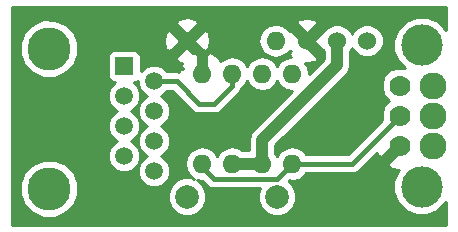
<source format=gtl>
G04 #@! TF.FileFunction,Copper,L1,Top,Signal*
%FSLAX46Y46*%
G04 Gerber Fmt 4.6, Leading zero omitted, Abs format (unit mm)*
G04 Created by KiCad (PCBNEW 4.0.6) date Tue May 23 23:01:42 2017*
%MOMM*%
%LPD*%
G01*
G04 APERTURE LIST*
%ADD10C,0.100000*%
%ADD11C,3.500000*%
%ADD12O,1.600000X1.600000*%
%ADD13C,3.649980*%
%ADD14R,1.501140X1.501140*%
%ADD15C,1.501140*%
%ADD16C,1.998980*%
%ADD17C,1.524000*%
%ADD18C,1.600000*%
%ADD19C,1.778000*%
%ADD20C,2.286000*%
%ADD21C,0.400000*%
%ADD22C,1.000000*%
%ADD23C,0.254000*%
G04 APERTURE END LIST*
D10*
D11*
X60750000Y-142926000D03*
D12*
X42164000Y-140970000D03*
X44704000Y-140970000D03*
X47244000Y-140970000D03*
X49784000Y-140970000D03*
X49784000Y-133350000D03*
X47244000Y-133350000D03*
X44704000Y-133350000D03*
X42164000Y-133350000D03*
D13*
X29210000Y-143098520D03*
X29210000Y-131229100D03*
D14*
X35560000Y-132715000D03*
D15*
X38100000Y-133985000D03*
X35560000Y-135255000D03*
X38100000Y-136525000D03*
X35560000Y-137795000D03*
X38100000Y-139065000D03*
X35560000Y-140335000D03*
X38100000Y-141605000D03*
D16*
X40894000Y-143764000D03*
X48514000Y-143764000D03*
D17*
X51054000Y-130556000D03*
X53594000Y-130556000D03*
X56134000Y-130556000D03*
D18*
X40894000Y-130556000D03*
D12*
X48394000Y-130556000D03*
D19*
X58896000Y-134366000D03*
X58896000Y-136906000D03*
X58896000Y-139446000D03*
D20*
X61706000Y-134366000D03*
X61706000Y-136906000D03*
X61706000Y-139446000D03*
D11*
X60750000Y-130950000D03*
D21*
X42164000Y-140970000D02*
X42164000Y-141224000D01*
X42164000Y-141224000D02*
X43180000Y-142240000D01*
X43180000Y-142240000D02*
X48514000Y-142240000D01*
X48514000Y-142240000D02*
X49784000Y-140970000D01*
X49784000Y-140970000D02*
X54832000Y-140970000D01*
X54832000Y-140970000D02*
X58896000Y-136906000D01*
X38100000Y-133985000D02*
X40005000Y-133985000D01*
X44704000Y-134366000D02*
X44704000Y-133350000D01*
X43180000Y-135890000D02*
X44704000Y-134366000D01*
X41910000Y-135890000D02*
X43180000Y-135890000D01*
X40005000Y-133985000D02*
X41910000Y-135890000D01*
D22*
X47244000Y-140970000D02*
X47244000Y-138938000D01*
X53594000Y-132588000D02*
X53594000Y-130556000D01*
X47244000Y-138938000D02*
X53594000Y-132588000D01*
X44704000Y-140970000D02*
X47244000Y-140970000D01*
D23*
G36*
X62790000Y-129641711D02*
X62773084Y-129600771D01*
X62102758Y-128929274D01*
X61226487Y-128565415D01*
X60277675Y-128564587D01*
X59400771Y-128926916D01*
X58729274Y-129597242D01*
X58365415Y-130473513D01*
X58364587Y-131422325D01*
X58726916Y-132299229D01*
X59317525Y-132890870D01*
X59200472Y-132842265D01*
X58594188Y-132841736D01*
X58033851Y-133073262D01*
X57604769Y-133501596D01*
X57372265Y-134061528D01*
X57371736Y-134667812D01*
X57603262Y-135228149D01*
X58010737Y-135636336D01*
X57604769Y-136041596D01*
X57372265Y-136601528D01*
X57371736Y-137207812D01*
X57383894Y-137237238D01*
X54486132Y-140135000D01*
X50937553Y-140135000D01*
X50798698Y-139927189D01*
X50333151Y-139616120D01*
X49784000Y-139506887D01*
X49234849Y-139616120D01*
X48769302Y-139927189D01*
X48514000Y-140309275D01*
X48379000Y-140107233D01*
X48379000Y-139408132D01*
X54396566Y-133390566D01*
X54557307Y-133150000D01*
X54642603Y-133022346D01*
X54729000Y-132588000D01*
X54729000Y-131396914D01*
X54777629Y-131348370D01*
X54863949Y-131140488D01*
X54948990Y-131346303D01*
X55341630Y-131739629D01*
X55854900Y-131952757D01*
X56410661Y-131953242D01*
X56924303Y-131741010D01*
X57317629Y-131348370D01*
X57530757Y-130835100D01*
X57531242Y-130279339D01*
X57319010Y-129765697D01*
X56926370Y-129372371D01*
X56413100Y-129159243D01*
X55857339Y-129158758D01*
X55343697Y-129370990D01*
X54950371Y-129763630D01*
X54864051Y-129971512D01*
X54779010Y-129765697D01*
X54386370Y-129372371D01*
X53873100Y-129159243D01*
X53317339Y-129158758D01*
X52803697Y-129370990D01*
X52481414Y-129692711D01*
X52450106Y-129687396D01*
X51581502Y-130556000D01*
X52450106Y-131424604D01*
X52459000Y-131423094D01*
X52459000Y-132117868D01*
X51219000Y-133357868D01*
X51219000Y-133321887D01*
X51109767Y-132772736D01*
X50902669Y-132462792D01*
X50975589Y-132480411D01*
X51717997Y-132363931D01*
X51862883Y-132303918D01*
X51922604Y-131952106D01*
X51054000Y-131083502D01*
X51039858Y-131097644D01*
X50512356Y-130570142D01*
X50526498Y-130556000D01*
X49657894Y-129687396D01*
X49547006Y-129706220D01*
X49436811Y-129541302D01*
X48971264Y-129230233D01*
X48617647Y-129159894D01*
X50185396Y-129159894D01*
X51054000Y-130028498D01*
X51922604Y-129159894D01*
X51862883Y-128808082D01*
X51132411Y-128631589D01*
X50390003Y-128748069D01*
X50245117Y-128808082D01*
X50185396Y-129159894D01*
X48617647Y-129159894D01*
X48422113Y-129121000D01*
X48365887Y-129121000D01*
X47816736Y-129230233D01*
X47351189Y-129541302D01*
X47040120Y-130006849D01*
X46930887Y-130556000D01*
X47040120Y-131105151D01*
X47351189Y-131570698D01*
X47816736Y-131881767D01*
X48365887Y-131991000D01*
X48422113Y-131991000D01*
X48971264Y-131881767D01*
X49436811Y-131570698D01*
X49547006Y-131405780D01*
X49657892Y-131424604D01*
X49430114Y-131652382D01*
X49684426Y-131906694D01*
X49234849Y-131996120D01*
X48769302Y-132307189D01*
X48514000Y-132689275D01*
X48258698Y-132307189D01*
X47793151Y-131996120D01*
X47244000Y-131886887D01*
X46694849Y-131996120D01*
X46229302Y-132307189D01*
X45974000Y-132689275D01*
X45718698Y-132307189D01*
X45253151Y-131996120D01*
X44704000Y-131886887D01*
X44154849Y-131996120D01*
X43726533Y-132282312D01*
X43581091Y-132044141D01*
X42973491Y-131601246D01*
X42828156Y-131541071D01*
X42537000Y-131747590D01*
X42537000Y-132977000D01*
X42557000Y-132977000D01*
X42557000Y-133723000D01*
X42537000Y-133723000D01*
X42537000Y-133743000D01*
X41791000Y-133743000D01*
X41791000Y-133723000D01*
X41771000Y-133723000D01*
X41771000Y-132977000D01*
X41791000Y-132977000D01*
X41791000Y-131747590D01*
X41499844Y-131541071D01*
X41394985Y-131584487D01*
X40894000Y-131083502D01*
X39997284Y-131980218D01*
X40061914Y-132335854D01*
X40502635Y-132444156D01*
X40355048Y-132685841D01*
X40555171Y-132976998D01*
X40237000Y-132976998D01*
X40237000Y-133196148D01*
X40005000Y-133150000D01*
X39224240Y-133150000D01*
X38885887Y-132811056D01*
X38376816Y-132599671D01*
X37825602Y-132599190D01*
X37316163Y-132809686D01*
X36958010Y-133167215D01*
X36958010Y-131964430D01*
X36913732Y-131729113D01*
X36774660Y-131512989D01*
X36562460Y-131367999D01*
X36310570Y-131316990D01*
X34809430Y-131316990D01*
X34574113Y-131361268D01*
X34357989Y-131500340D01*
X34212999Y-131712540D01*
X34161990Y-131964430D01*
X34161990Y-133465570D01*
X34206268Y-133700887D01*
X34345340Y-133917011D01*
X34557540Y-134062001D01*
X34754021Y-134101789D01*
X34386056Y-134469113D01*
X34174671Y-134978184D01*
X34174190Y-135529398D01*
X34384686Y-136038837D01*
X34774113Y-136428944D01*
X35005381Y-136524975D01*
X34776163Y-136619686D01*
X34386056Y-137009113D01*
X34174671Y-137518184D01*
X34174190Y-138069398D01*
X34384686Y-138578837D01*
X34774113Y-138968944D01*
X35005381Y-139064975D01*
X34776163Y-139159686D01*
X34386056Y-139549113D01*
X34174671Y-140058184D01*
X34174190Y-140609398D01*
X34384686Y-141118837D01*
X34774113Y-141508944D01*
X35283184Y-141720329D01*
X35834398Y-141720810D01*
X36343837Y-141510314D01*
X36733944Y-141120887D01*
X36945329Y-140611816D01*
X36945810Y-140060602D01*
X36735314Y-139551163D01*
X36345887Y-139161056D01*
X36114619Y-139065025D01*
X36343837Y-138970314D01*
X36733944Y-138580887D01*
X36945329Y-138071816D01*
X36945810Y-137520602D01*
X36735314Y-137011163D01*
X36345887Y-136621056D01*
X36114619Y-136525025D01*
X36343837Y-136430314D01*
X36733944Y-136040887D01*
X36945329Y-135531816D01*
X36945810Y-134980602D01*
X36735314Y-134471163D01*
X36367156Y-134102363D01*
X36545887Y-134068732D01*
X36714451Y-133960264D01*
X36714190Y-134259398D01*
X36924686Y-134768837D01*
X37314113Y-135158944D01*
X37545381Y-135254975D01*
X37316163Y-135349686D01*
X36926056Y-135739113D01*
X36714671Y-136248184D01*
X36714190Y-136799398D01*
X36924686Y-137308837D01*
X37314113Y-137698944D01*
X37545381Y-137794975D01*
X37316163Y-137889686D01*
X36926056Y-138279113D01*
X36714671Y-138788184D01*
X36714190Y-139339398D01*
X36924686Y-139848837D01*
X37314113Y-140238944D01*
X37545381Y-140334975D01*
X37316163Y-140429686D01*
X36926056Y-140819113D01*
X36714671Y-141328184D01*
X36714190Y-141879398D01*
X36924686Y-142388837D01*
X37314113Y-142778944D01*
X37823184Y-142990329D01*
X38374398Y-142990810D01*
X38883837Y-142780314D01*
X39273944Y-142390887D01*
X39485329Y-141881816D01*
X39485810Y-141330602D01*
X39275314Y-140821163D01*
X38885887Y-140431056D01*
X38654619Y-140335025D01*
X38883837Y-140240314D01*
X39273944Y-139850887D01*
X39485329Y-139341816D01*
X39485810Y-138790602D01*
X39275314Y-138281163D01*
X38885887Y-137891056D01*
X38654619Y-137795025D01*
X38883837Y-137700314D01*
X39273944Y-137310887D01*
X39485329Y-136801816D01*
X39485810Y-136250602D01*
X39275314Y-135741163D01*
X38885887Y-135351056D01*
X38654619Y-135255025D01*
X38883837Y-135160314D01*
X39224745Y-134820000D01*
X39659132Y-134820000D01*
X41319566Y-136480434D01*
X41590459Y-136661439D01*
X41910000Y-136725000D01*
X43180000Y-136725000D01*
X43499541Y-136661439D01*
X43770434Y-136480434D01*
X45294434Y-134956434D01*
X45390198Y-134813113D01*
X45475439Y-134685541D01*
X45505305Y-134535396D01*
X45718698Y-134392811D01*
X45974000Y-134010725D01*
X46229302Y-134392811D01*
X46694849Y-134703880D01*
X47244000Y-134813113D01*
X47793151Y-134703880D01*
X48258698Y-134392811D01*
X48514000Y-134010725D01*
X48769302Y-134392811D01*
X49234849Y-134703880D01*
X49767114Y-134809754D01*
X46441434Y-138135434D01*
X46195397Y-138503654D01*
X46109000Y-138938000D01*
X46109000Y-139835000D01*
X45580728Y-139835000D01*
X45253151Y-139616120D01*
X44704000Y-139506887D01*
X44154849Y-139616120D01*
X43689302Y-139927189D01*
X43434000Y-140309275D01*
X43178698Y-139927189D01*
X42713151Y-139616120D01*
X42164000Y-139506887D01*
X41614849Y-139616120D01*
X41149302Y-139927189D01*
X40838233Y-140392736D01*
X40729000Y-140941887D01*
X40729000Y-140998113D01*
X40838233Y-141547264D01*
X41149302Y-142012811D01*
X41494832Y-142243687D01*
X41220547Y-142129794D01*
X40570306Y-142129226D01*
X39969345Y-142377538D01*
X39509154Y-142836927D01*
X39259794Y-143437453D01*
X39259226Y-144087694D01*
X39507538Y-144688655D01*
X39966927Y-145148846D01*
X40567453Y-145398206D01*
X41217694Y-145398774D01*
X41818655Y-145150462D01*
X42278846Y-144691073D01*
X42528206Y-144090547D01*
X42528774Y-143440306D01*
X42280462Y-142839345D01*
X41821073Y-142379154D01*
X41755183Y-142351794D01*
X42164000Y-142433113D01*
X42187559Y-142428427D01*
X42589566Y-142830434D01*
X42860459Y-143011439D01*
X43180000Y-143075000D01*
X47030298Y-143075000D01*
X46879794Y-143437453D01*
X46879226Y-144087694D01*
X47127538Y-144688655D01*
X47586927Y-145148846D01*
X48187453Y-145398206D01*
X48837694Y-145398774D01*
X49438655Y-145150462D01*
X49898846Y-144691073D01*
X50148206Y-144090547D01*
X50148774Y-143440306D01*
X49900462Y-142839345D01*
X49498344Y-142436524D01*
X49548582Y-142386286D01*
X49784000Y-142433113D01*
X50333151Y-142323880D01*
X50798698Y-142012811D01*
X50937553Y-141805000D01*
X54832000Y-141805000D01*
X55151541Y-141741439D01*
X55422434Y-141560434D01*
X56944556Y-140038312D01*
X56957866Y-140130619D01*
X57041433Y-140332368D01*
X57406067Y-140408432D01*
X58368498Y-139446000D01*
X58354356Y-139431858D01*
X58881858Y-138904356D01*
X58896000Y-138918498D01*
X58910142Y-138904356D01*
X59437644Y-139431858D01*
X59423502Y-139446000D01*
X59437644Y-139460142D01*
X58910142Y-139987644D01*
X58896000Y-139973502D01*
X57933568Y-140935933D01*
X58009632Y-141300567D01*
X58786814Y-141498595D01*
X58806962Y-141495690D01*
X58729274Y-141573242D01*
X58365415Y-142449513D01*
X58364587Y-143398325D01*
X58726916Y-144275229D01*
X59397242Y-144946726D01*
X60273513Y-145310585D01*
X61222325Y-145311413D01*
X62099229Y-144949084D01*
X62770726Y-144278758D01*
X62790000Y-144232341D01*
X62790000Y-146165500D01*
X26110000Y-146165500D01*
X26110000Y-143585695D01*
X26749584Y-143585695D01*
X27123306Y-144490172D01*
X27814708Y-145182782D01*
X28718531Y-145558082D01*
X29697175Y-145558936D01*
X30601652Y-145185214D01*
X31294262Y-144493812D01*
X31669562Y-143589989D01*
X31670416Y-142611345D01*
X31296694Y-141706868D01*
X30605292Y-141014258D01*
X29701469Y-140638958D01*
X28722825Y-140638104D01*
X27818348Y-141011826D01*
X27125738Y-141703228D01*
X26750438Y-142607051D01*
X26749584Y-143585695D01*
X26110000Y-143585695D01*
X26110000Y-131716275D01*
X26749584Y-131716275D01*
X27123306Y-132620752D01*
X27814708Y-133313362D01*
X28718531Y-133688662D01*
X29697175Y-133689516D01*
X30601652Y-133315794D01*
X31294262Y-132624392D01*
X31669562Y-131720569D01*
X31670416Y-130741925D01*
X31557387Y-130468373D01*
X38931204Y-130468373D01*
X39047080Y-131226173D01*
X39114146Y-131388086D01*
X39469782Y-131452716D01*
X40366498Y-130556000D01*
X41421502Y-130556000D01*
X42318218Y-131452716D01*
X42673854Y-131388086D01*
X42856796Y-130643627D01*
X42740920Y-129885827D01*
X42673854Y-129723914D01*
X42318218Y-129659284D01*
X41421502Y-130556000D01*
X40366498Y-130556000D01*
X39469782Y-129659284D01*
X39114146Y-129723914D01*
X38931204Y-130468373D01*
X31557387Y-130468373D01*
X31296694Y-129837448D01*
X30605292Y-129144838D01*
X30573850Y-129131782D01*
X39997284Y-129131782D01*
X40894000Y-130028498D01*
X41790716Y-129131782D01*
X41726086Y-128776146D01*
X40981627Y-128593204D01*
X40223827Y-128709080D01*
X40061914Y-128776146D01*
X39997284Y-129131782D01*
X30573850Y-129131782D01*
X29701469Y-128769538D01*
X28722825Y-128768684D01*
X27818348Y-129142406D01*
X27125738Y-129833808D01*
X26750438Y-130737631D01*
X26749584Y-131716275D01*
X26110000Y-131716275D01*
X26110000Y-127710000D01*
X62790000Y-127710000D01*
X62790000Y-129641711D01*
X62790000Y-129641711D01*
G37*
X62790000Y-129641711D02*
X62773084Y-129600771D01*
X62102758Y-128929274D01*
X61226487Y-128565415D01*
X60277675Y-128564587D01*
X59400771Y-128926916D01*
X58729274Y-129597242D01*
X58365415Y-130473513D01*
X58364587Y-131422325D01*
X58726916Y-132299229D01*
X59317525Y-132890870D01*
X59200472Y-132842265D01*
X58594188Y-132841736D01*
X58033851Y-133073262D01*
X57604769Y-133501596D01*
X57372265Y-134061528D01*
X57371736Y-134667812D01*
X57603262Y-135228149D01*
X58010737Y-135636336D01*
X57604769Y-136041596D01*
X57372265Y-136601528D01*
X57371736Y-137207812D01*
X57383894Y-137237238D01*
X54486132Y-140135000D01*
X50937553Y-140135000D01*
X50798698Y-139927189D01*
X50333151Y-139616120D01*
X49784000Y-139506887D01*
X49234849Y-139616120D01*
X48769302Y-139927189D01*
X48514000Y-140309275D01*
X48379000Y-140107233D01*
X48379000Y-139408132D01*
X54396566Y-133390566D01*
X54557307Y-133150000D01*
X54642603Y-133022346D01*
X54729000Y-132588000D01*
X54729000Y-131396914D01*
X54777629Y-131348370D01*
X54863949Y-131140488D01*
X54948990Y-131346303D01*
X55341630Y-131739629D01*
X55854900Y-131952757D01*
X56410661Y-131953242D01*
X56924303Y-131741010D01*
X57317629Y-131348370D01*
X57530757Y-130835100D01*
X57531242Y-130279339D01*
X57319010Y-129765697D01*
X56926370Y-129372371D01*
X56413100Y-129159243D01*
X55857339Y-129158758D01*
X55343697Y-129370990D01*
X54950371Y-129763630D01*
X54864051Y-129971512D01*
X54779010Y-129765697D01*
X54386370Y-129372371D01*
X53873100Y-129159243D01*
X53317339Y-129158758D01*
X52803697Y-129370990D01*
X52481414Y-129692711D01*
X52450106Y-129687396D01*
X51581502Y-130556000D01*
X52450106Y-131424604D01*
X52459000Y-131423094D01*
X52459000Y-132117868D01*
X51219000Y-133357868D01*
X51219000Y-133321887D01*
X51109767Y-132772736D01*
X50902669Y-132462792D01*
X50975589Y-132480411D01*
X51717997Y-132363931D01*
X51862883Y-132303918D01*
X51922604Y-131952106D01*
X51054000Y-131083502D01*
X51039858Y-131097644D01*
X50512356Y-130570142D01*
X50526498Y-130556000D01*
X49657894Y-129687396D01*
X49547006Y-129706220D01*
X49436811Y-129541302D01*
X48971264Y-129230233D01*
X48617647Y-129159894D01*
X50185396Y-129159894D01*
X51054000Y-130028498D01*
X51922604Y-129159894D01*
X51862883Y-128808082D01*
X51132411Y-128631589D01*
X50390003Y-128748069D01*
X50245117Y-128808082D01*
X50185396Y-129159894D01*
X48617647Y-129159894D01*
X48422113Y-129121000D01*
X48365887Y-129121000D01*
X47816736Y-129230233D01*
X47351189Y-129541302D01*
X47040120Y-130006849D01*
X46930887Y-130556000D01*
X47040120Y-131105151D01*
X47351189Y-131570698D01*
X47816736Y-131881767D01*
X48365887Y-131991000D01*
X48422113Y-131991000D01*
X48971264Y-131881767D01*
X49436811Y-131570698D01*
X49547006Y-131405780D01*
X49657892Y-131424604D01*
X49430114Y-131652382D01*
X49684426Y-131906694D01*
X49234849Y-131996120D01*
X48769302Y-132307189D01*
X48514000Y-132689275D01*
X48258698Y-132307189D01*
X47793151Y-131996120D01*
X47244000Y-131886887D01*
X46694849Y-131996120D01*
X46229302Y-132307189D01*
X45974000Y-132689275D01*
X45718698Y-132307189D01*
X45253151Y-131996120D01*
X44704000Y-131886887D01*
X44154849Y-131996120D01*
X43726533Y-132282312D01*
X43581091Y-132044141D01*
X42973491Y-131601246D01*
X42828156Y-131541071D01*
X42537000Y-131747590D01*
X42537000Y-132977000D01*
X42557000Y-132977000D01*
X42557000Y-133723000D01*
X42537000Y-133723000D01*
X42537000Y-133743000D01*
X41791000Y-133743000D01*
X41791000Y-133723000D01*
X41771000Y-133723000D01*
X41771000Y-132977000D01*
X41791000Y-132977000D01*
X41791000Y-131747590D01*
X41499844Y-131541071D01*
X41394985Y-131584487D01*
X40894000Y-131083502D01*
X39997284Y-131980218D01*
X40061914Y-132335854D01*
X40502635Y-132444156D01*
X40355048Y-132685841D01*
X40555171Y-132976998D01*
X40237000Y-132976998D01*
X40237000Y-133196148D01*
X40005000Y-133150000D01*
X39224240Y-133150000D01*
X38885887Y-132811056D01*
X38376816Y-132599671D01*
X37825602Y-132599190D01*
X37316163Y-132809686D01*
X36958010Y-133167215D01*
X36958010Y-131964430D01*
X36913732Y-131729113D01*
X36774660Y-131512989D01*
X36562460Y-131367999D01*
X36310570Y-131316990D01*
X34809430Y-131316990D01*
X34574113Y-131361268D01*
X34357989Y-131500340D01*
X34212999Y-131712540D01*
X34161990Y-131964430D01*
X34161990Y-133465570D01*
X34206268Y-133700887D01*
X34345340Y-133917011D01*
X34557540Y-134062001D01*
X34754021Y-134101789D01*
X34386056Y-134469113D01*
X34174671Y-134978184D01*
X34174190Y-135529398D01*
X34384686Y-136038837D01*
X34774113Y-136428944D01*
X35005381Y-136524975D01*
X34776163Y-136619686D01*
X34386056Y-137009113D01*
X34174671Y-137518184D01*
X34174190Y-138069398D01*
X34384686Y-138578837D01*
X34774113Y-138968944D01*
X35005381Y-139064975D01*
X34776163Y-139159686D01*
X34386056Y-139549113D01*
X34174671Y-140058184D01*
X34174190Y-140609398D01*
X34384686Y-141118837D01*
X34774113Y-141508944D01*
X35283184Y-141720329D01*
X35834398Y-141720810D01*
X36343837Y-141510314D01*
X36733944Y-141120887D01*
X36945329Y-140611816D01*
X36945810Y-140060602D01*
X36735314Y-139551163D01*
X36345887Y-139161056D01*
X36114619Y-139065025D01*
X36343837Y-138970314D01*
X36733944Y-138580887D01*
X36945329Y-138071816D01*
X36945810Y-137520602D01*
X36735314Y-137011163D01*
X36345887Y-136621056D01*
X36114619Y-136525025D01*
X36343837Y-136430314D01*
X36733944Y-136040887D01*
X36945329Y-135531816D01*
X36945810Y-134980602D01*
X36735314Y-134471163D01*
X36367156Y-134102363D01*
X36545887Y-134068732D01*
X36714451Y-133960264D01*
X36714190Y-134259398D01*
X36924686Y-134768837D01*
X37314113Y-135158944D01*
X37545381Y-135254975D01*
X37316163Y-135349686D01*
X36926056Y-135739113D01*
X36714671Y-136248184D01*
X36714190Y-136799398D01*
X36924686Y-137308837D01*
X37314113Y-137698944D01*
X37545381Y-137794975D01*
X37316163Y-137889686D01*
X36926056Y-138279113D01*
X36714671Y-138788184D01*
X36714190Y-139339398D01*
X36924686Y-139848837D01*
X37314113Y-140238944D01*
X37545381Y-140334975D01*
X37316163Y-140429686D01*
X36926056Y-140819113D01*
X36714671Y-141328184D01*
X36714190Y-141879398D01*
X36924686Y-142388837D01*
X37314113Y-142778944D01*
X37823184Y-142990329D01*
X38374398Y-142990810D01*
X38883837Y-142780314D01*
X39273944Y-142390887D01*
X39485329Y-141881816D01*
X39485810Y-141330602D01*
X39275314Y-140821163D01*
X38885887Y-140431056D01*
X38654619Y-140335025D01*
X38883837Y-140240314D01*
X39273944Y-139850887D01*
X39485329Y-139341816D01*
X39485810Y-138790602D01*
X39275314Y-138281163D01*
X38885887Y-137891056D01*
X38654619Y-137795025D01*
X38883837Y-137700314D01*
X39273944Y-137310887D01*
X39485329Y-136801816D01*
X39485810Y-136250602D01*
X39275314Y-135741163D01*
X38885887Y-135351056D01*
X38654619Y-135255025D01*
X38883837Y-135160314D01*
X39224745Y-134820000D01*
X39659132Y-134820000D01*
X41319566Y-136480434D01*
X41590459Y-136661439D01*
X41910000Y-136725000D01*
X43180000Y-136725000D01*
X43499541Y-136661439D01*
X43770434Y-136480434D01*
X45294434Y-134956434D01*
X45390198Y-134813113D01*
X45475439Y-134685541D01*
X45505305Y-134535396D01*
X45718698Y-134392811D01*
X45974000Y-134010725D01*
X46229302Y-134392811D01*
X46694849Y-134703880D01*
X47244000Y-134813113D01*
X47793151Y-134703880D01*
X48258698Y-134392811D01*
X48514000Y-134010725D01*
X48769302Y-134392811D01*
X49234849Y-134703880D01*
X49767114Y-134809754D01*
X46441434Y-138135434D01*
X46195397Y-138503654D01*
X46109000Y-138938000D01*
X46109000Y-139835000D01*
X45580728Y-139835000D01*
X45253151Y-139616120D01*
X44704000Y-139506887D01*
X44154849Y-139616120D01*
X43689302Y-139927189D01*
X43434000Y-140309275D01*
X43178698Y-139927189D01*
X42713151Y-139616120D01*
X42164000Y-139506887D01*
X41614849Y-139616120D01*
X41149302Y-139927189D01*
X40838233Y-140392736D01*
X40729000Y-140941887D01*
X40729000Y-140998113D01*
X40838233Y-141547264D01*
X41149302Y-142012811D01*
X41494832Y-142243687D01*
X41220547Y-142129794D01*
X40570306Y-142129226D01*
X39969345Y-142377538D01*
X39509154Y-142836927D01*
X39259794Y-143437453D01*
X39259226Y-144087694D01*
X39507538Y-144688655D01*
X39966927Y-145148846D01*
X40567453Y-145398206D01*
X41217694Y-145398774D01*
X41818655Y-145150462D01*
X42278846Y-144691073D01*
X42528206Y-144090547D01*
X42528774Y-143440306D01*
X42280462Y-142839345D01*
X41821073Y-142379154D01*
X41755183Y-142351794D01*
X42164000Y-142433113D01*
X42187559Y-142428427D01*
X42589566Y-142830434D01*
X42860459Y-143011439D01*
X43180000Y-143075000D01*
X47030298Y-143075000D01*
X46879794Y-143437453D01*
X46879226Y-144087694D01*
X47127538Y-144688655D01*
X47586927Y-145148846D01*
X48187453Y-145398206D01*
X48837694Y-145398774D01*
X49438655Y-145150462D01*
X49898846Y-144691073D01*
X50148206Y-144090547D01*
X50148774Y-143440306D01*
X49900462Y-142839345D01*
X49498344Y-142436524D01*
X49548582Y-142386286D01*
X49784000Y-142433113D01*
X50333151Y-142323880D01*
X50798698Y-142012811D01*
X50937553Y-141805000D01*
X54832000Y-141805000D01*
X55151541Y-141741439D01*
X55422434Y-141560434D01*
X56944556Y-140038312D01*
X56957866Y-140130619D01*
X57041433Y-140332368D01*
X57406067Y-140408432D01*
X58368498Y-139446000D01*
X58354356Y-139431858D01*
X58881858Y-138904356D01*
X58896000Y-138918498D01*
X58910142Y-138904356D01*
X59437644Y-139431858D01*
X59423502Y-139446000D01*
X59437644Y-139460142D01*
X58910142Y-139987644D01*
X58896000Y-139973502D01*
X57933568Y-140935933D01*
X58009632Y-141300567D01*
X58786814Y-141498595D01*
X58806962Y-141495690D01*
X58729274Y-141573242D01*
X58365415Y-142449513D01*
X58364587Y-143398325D01*
X58726916Y-144275229D01*
X59397242Y-144946726D01*
X60273513Y-145310585D01*
X61222325Y-145311413D01*
X62099229Y-144949084D01*
X62770726Y-144278758D01*
X62790000Y-144232341D01*
X62790000Y-146165500D01*
X26110000Y-146165500D01*
X26110000Y-143585695D01*
X26749584Y-143585695D01*
X27123306Y-144490172D01*
X27814708Y-145182782D01*
X28718531Y-145558082D01*
X29697175Y-145558936D01*
X30601652Y-145185214D01*
X31294262Y-144493812D01*
X31669562Y-143589989D01*
X31670416Y-142611345D01*
X31296694Y-141706868D01*
X30605292Y-141014258D01*
X29701469Y-140638958D01*
X28722825Y-140638104D01*
X27818348Y-141011826D01*
X27125738Y-141703228D01*
X26750438Y-142607051D01*
X26749584Y-143585695D01*
X26110000Y-143585695D01*
X26110000Y-131716275D01*
X26749584Y-131716275D01*
X27123306Y-132620752D01*
X27814708Y-133313362D01*
X28718531Y-133688662D01*
X29697175Y-133689516D01*
X30601652Y-133315794D01*
X31294262Y-132624392D01*
X31669562Y-131720569D01*
X31670416Y-130741925D01*
X31557387Y-130468373D01*
X38931204Y-130468373D01*
X39047080Y-131226173D01*
X39114146Y-131388086D01*
X39469782Y-131452716D01*
X40366498Y-130556000D01*
X41421502Y-130556000D01*
X42318218Y-131452716D01*
X42673854Y-131388086D01*
X42856796Y-130643627D01*
X42740920Y-129885827D01*
X42673854Y-129723914D01*
X42318218Y-129659284D01*
X41421502Y-130556000D01*
X40366498Y-130556000D01*
X39469782Y-129659284D01*
X39114146Y-129723914D01*
X38931204Y-130468373D01*
X31557387Y-130468373D01*
X31296694Y-129837448D01*
X30605292Y-129144838D01*
X30573850Y-129131782D01*
X39997284Y-129131782D01*
X40894000Y-130028498D01*
X41790716Y-129131782D01*
X41726086Y-128776146D01*
X40981627Y-128593204D01*
X40223827Y-128709080D01*
X40061914Y-128776146D01*
X39997284Y-129131782D01*
X30573850Y-129131782D01*
X29701469Y-128769538D01*
X28722825Y-128768684D01*
X27818348Y-129142406D01*
X27125738Y-129833808D01*
X26750438Y-130737631D01*
X26749584Y-131716275D01*
X26110000Y-131716275D01*
X26110000Y-127710000D01*
X62790000Y-127710000D01*
X62790000Y-129641711D01*
M02*

</source>
